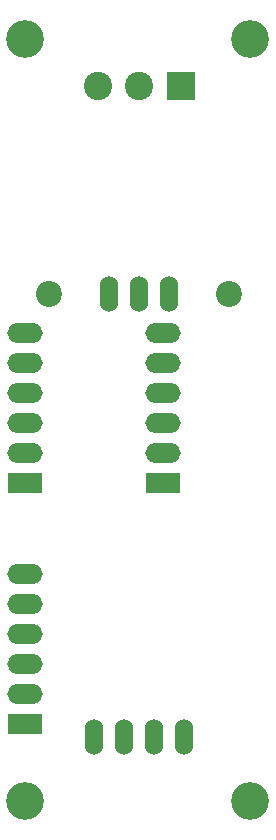
<source format=gbs>
G04 #@! TF.GenerationSoftware,KiCad,Pcbnew,5.99.0-unknown-9f841da98e~134~ubuntu20.04.1*
G04 #@! TF.CreationDate,2021-11-20T10:56:18+01:00*
G04 #@! TF.ProjectId,slave-modbus,736c6176-652d-46d6-9f64-6275732e6b69,rev?*
G04 #@! TF.SameCoordinates,PX3a22d00PY8062360*
G04 #@! TF.FileFunction,Soldermask,Bot*
G04 #@! TF.FilePolarity,Negative*
%FSLAX46Y46*%
G04 Gerber Fmt 4.6, Leading zero omitted, Abs format (unit mm)*
G04 Created by KiCad (PCBNEW 5.99.0-unknown-9f841da98e~134~ubuntu20.04.1) date 2021-11-20 10:56:18*
%MOMM*%
%LPD*%
G01*
G04 APERTURE LIST*
%ADD10R,2.400000X2.400000*%
%ADD11C,2.400000*%
%ADD12O,1.524000X3.048000*%
%ADD13C,2.200000*%
%ADD14C,3.200000*%
%ADD15R,3.000000X1.700000*%
%ADD16O,3.000000X1.700000*%
G04 APERTURE END LIST*
D10*
X85034000Y-68010000D03*
D11*
X81534000Y-68010000D03*
X78034000Y-68010000D03*
D12*
X77732000Y-123063000D03*
X80272000Y-123063000D03*
X82812000Y-123063000D03*
X85352000Y-123063000D03*
X84082000Y-85598000D03*
X81542000Y-85598000D03*
X79002000Y-85598000D03*
D13*
X73922000Y-85598000D03*
X89162000Y-85598000D03*
D14*
X90932000Y-64008000D03*
D15*
X71890000Y-101575000D03*
D16*
X71890000Y-99035000D03*
X71890000Y-96495000D03*
X71890000Y-93955000D03*
X71890000Y-91415000D03*
X71890000Y-88875000D03*
D14*
X90932000Y-128524000D03*
X71890000Y-128524000D03*
X71890000Y-64008000D03*
D15*
X71890000Y-121955000D03*
D16*
X71890000Y-119415000D03*
X71890000Y-116875000D03*
X71890000Y-114335000D03*
X71890000Y-111795000D03*
X71890000Y-109255000D03*
D15*
X83492000Y-101575000D03*
D16*
X83492000Y-99035000D03*
X83492000Y-96495000D03*
X83492000Y-93955000D03*
X83492000Y-91415000D03*
X83492000Y-88875000D03*
M02*

</source>
